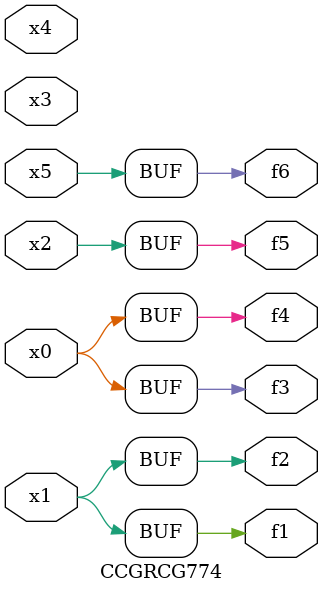
<source format=v>
module CCGRCG774(
	input x0, x1, x2, x3, x4, x5,
	output f1, f2, f3, f4, f5, f6
);
	assign f1 = x1;
	assign f2 = x1;
	assign f3 = x0;
	assign f4 = x0;
	assign f5 = x2;
	assign f6 = x5;
endmodule

</source>
